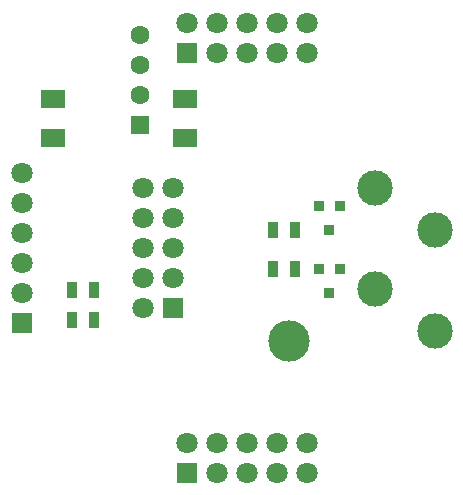
<source format=gbr>
%TF.GenerationSoftware,KiCad,Pcbnew,6.0.11-2627ca5db0~126~ubuntu22.04.1*%
%TF.CreationDate,2023-12-06T09:34:45+01:00*%
%TF.ProjectId,heatervalve-interface,68656174-6572-4766-916c-76652d696e74,A*%
%TF.SameCoordinates,Original*%
%TF.FileFunction,Soldermask,Top*%
%TF.FilePolarity,Negative*%
%FSLAX46Y46*%
G04 Gerber Fmt 4.6, Leading zero omitted, Abs format (unit mm)*
G04 Created by KiCad (PCBNEW 6.0.11-2627ca5db0~126~ubuntu22.04.1) date 2023-12-06 09:34:45*
%MOMM*%
%LPD*%
G01*
G04 APERTURE LIST*
%ADD10R,1.800000X1.800000*%
%ADD11C,1.800000*%
%ADD12R,0.914400X0.914400*%
%ADD13R,2.032000X1.524000*%
%ADD14R,0.889000X1.397000*%
%ADD15R,1.600000X1.600000*%
%ADD16C,1.600000*%
%ADD17C,3.500000*%
%ADD18C,3.000000*%
G04 APERTURE END LIST*
D10*
%TO.C,J6*%
X121412000Y-106680000D03*
D11*
X118872000Y-106680000D03*
X121412000Y-104140000D03*
X118872000Y-104140000D03*
X121412000Y-101600000D03*
X118872000Y-101600000D03*
X121412000Y-99060000D03*
X118872000Y-99060000D03*
X121412000Y-96520000D03*
X118872000Y-96520000D03*
%TD*%
D12*
%TO.C,D2*%
X135509000Y-98044000D03*
X133731000Y-98044000D03*
X134620000Y-100076000D03*
%TD*%
D13*
%TO.C,C2*%
X111252000Y-89027000D03*
X111252000Y-92329000D03*
%TD*%
D14*
%TO.C,R2*%
X131762500Y-100076000D03*
X129857500Y-100076000D03*
%TD*%
D13*
%TO.C,C1*%
X122428000Y-89027000D03*
X122428000Y-92329000D03*
%TD*%
D12*
%TO.C,D1*%
X135509000Y-103378000D03*
X133731000Y-103378000D03*
X134620000Y-105410000D03*
%TD*%
D10*
%TO.C,J5*%
X108585000Y-107950000D03*
D11*
X108585000Y-105410000D03*
X108585000Y-102870000D03*
X108585000Y-100330000D03*
X108585000Y-97790000D03*
X108585000Y-95250000D03*
%TD*%
D14*
%TO.C,R1*%
X131762500Y-103378000D03*
X129857500Y-103378000D03*
%TD*%
%TO.C,R4*%
X112839500Y-105156000D03*
X114744500Y-105156000D03*
%TD*%
D15*
%TO.C,U1*%
X118618000Y-91186000D03*
D16*
X118618000Y-88646000D03*
X118618000Y-86106000D03*
X118618000Y-83566000D03*
%TD*%
D14*
%TO.C,R3*%
X112839500Y-107696000D03*
X114744500Y-107696000D03*
%TD*%
D10*
%TO.C,MOD1*%
X122565000Y-85090000D03*
D11*
X122565000Y-82550000D03*
X125105000Y-85090000D03*
X125105000Y-82550000D03*
X127645000Y-85090000D03*
X127645000Y-82550000D03*
X130185000Y-85090000D03*
X130185000Y-82550000D03*
X132715000Y-85090000D03*
X132715000Y-82550000D03*
D10*
X122565000Y-120650000D03*
D11*
X122565000Y-118110000D03*
X125105000Y-120650000D03*
X125105000Y-118110000D03*
X127645000Y-120650000D03*
X127645000Y-118110000D03*
X130185000Y-120650000D03*
X130185000Y-118110000D03*
X132715000Y-120650000D03*
X132715000Y-118110000D03*
D17*
X131201000Y-109474000D03*
%TD*%
D18*
%TO.C,J1*%
X143540000Y-108647000D03*
X138540000Y-105147000D03*
%TD*%
%TO.C,J2*%
X143540000Y-100076000D03*
X138540000Y-96576000D03*
%TD*%
M02*

</source>
